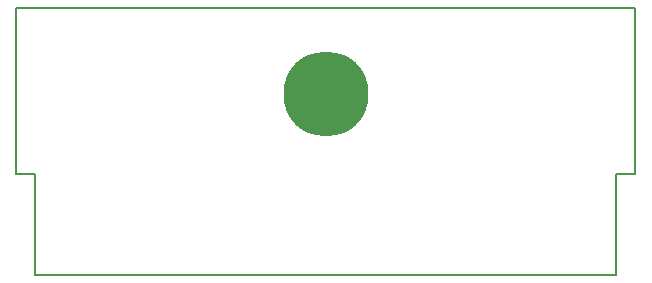
<source format=gbr>
G04 #@! TF.GenerationSoftware,KiCad,Pcbnew,(6.0.1-0)*
G04 #@! TF.CreationDate,2022-02-22T22:29:53-05:00*
G04 #@! TF.ProjectId,GBCart-Extender,47424361-7274-42d4-9578-74656e646572,rev?*
G04 #@! TF.SameCoordinates,Original*
G04 #@! TF.FileFunction,Soldermask,Bot*
G04 #@! TF.FilePolarity,Negative*
%FSLAX46Y46*%
G04 Gerber Fmt 4.6, Leading zero omitted, Abs format (unit mm)*
G04 Created by KiCad (PCBNEW (6.0.1-0)) date 2022-02-22 22:29:53*
%MOMM*%
%LPD*%
G01*
G04 APERTURE LIST*
G04 #@! TA.AperFunction,Profile*
%ADD10C,0.150000*%
G04 #@! TD*
%ADD11C,7.200000*%
G04 APERTURE END LIST*
D10*
X124600000Y-91400000D02*
X126200000Y-91400000D01*
X75400000Y-100000000D02*
X124600000Y-100000000D01*
X75400000Y-91400000D02*
X73800000Y-91400000D01*
X73800000Y-77350000D02*
X73800000Y-91400000D01*
X126200000Y-91395000D02*
X126200000Y-77350000D01*
X124600000Y-100000000D02*
X124600000Y-91400000D01*
X75400000Y-100000000D02*
X75400000Y-91400000D01*
X73800000Y-77350000D02*
X126200000Y-77350000D01*
D11*
X100000000Y-84650000D03*
M02*

</source>
